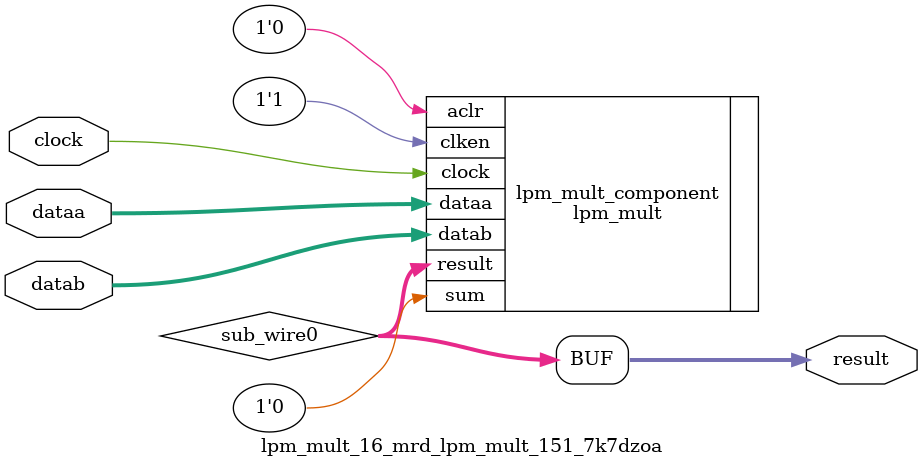
<source format=v>


`timescale 1 ps / 1 ps
// synopsys translate_on
module  lpm_mult_16_mrd_lpm_mult_151_7k7dzoa  (
            clock,
            dataa,
            datab,
            result);

            input  clock;
            input [15:0] dataa;
            input [15:0] datab;
            output [31:0] result;

            wire [31:0] sub_wire0;
            wire [31:0] result = sub_wire0[31:0];    

            lpm_mult        lpm_mult_component (
                                        .clock (clock),
                                        .dataa (dataa),
                                        .datab (datab),
                                        .result (sub_wire0),
                                        .aclr (1'b0),
                                        .clken (1'b1),
                                        .sum (1'b0));
            defparam
                    lpm_mult_component.lpm_hint = "DEDICATED_MULTIPLIER_CIRCUITRY=YES,MAXIMIZE_SPEED=9",
                    lpm_mult_component.lpm_pipeline = 3,
                    lpm_mult_component.lpm_representation = "SIGNED",
                    lpm_mult_component.lpm_type = "LPM_MULT",
                    lpm_mult_component.lpm_widtha = 16,
                    lpm_mult_component.lpm_widthb = 16,
                    lpm_mult_component.lpm_widthp = 32;


endmodule



</source>
